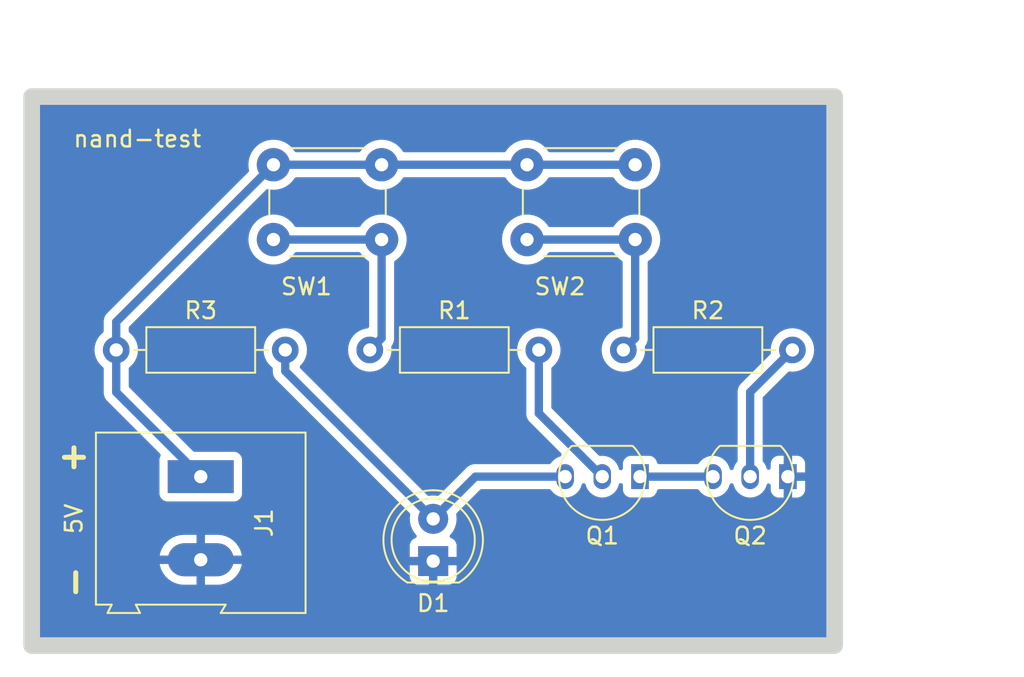
<source format=kicad_pcb>
(kicad_pcb (version 20211014) (generator pcbnew)
  (title_block (title "nand-test") (rev "v01") (comment 1 "Barrett Otte"))
  (layers (0 "F.Cu" signal) (31 "B.Cu" signal) (34 "B.Paste" user) (35 "F.Paste" user) (36 "B.SilkS" user "B.Silkscreen") (37 "F.SilkS" user "F.Silkscreen") (38 "B.Mask" user) (39 "F.Mask" user) (44 "Edge.Cuts" user))
  (net 0 "")
  (net 1 "GND")
  (net 2 "Net-(D1-Pad2)")
  (net 3 "+5V")
  (net 4 "Net-(Q1-Pad1)")
  (net 5 "Net-(Q1-Pad2)")
  (net 6 "Net-(Q2-Pad2)")
  (net 7 "Net-(R1-Pad1)")
  (net 8 "Net-(R2-Pad1)")
  (footprint "Package_TO_SOT_THT:TO-92_Inline" (layer "F.Cu") (at 125.73 78.74 180)
    (fp_text reference "Q2" (at 1.27 -3.56) (layer "F.SilkS"))
    (fp_text value "2N3904")
    (fp_line (start -0.53 1.85) (end 3.07 1.85) (layer "F.SilkS") (width 0.12))
    (fp_arc (start -0.568478 1.838478) (mid -1.132087 -0.994977) (end 1.27 -2.6) (layer "F.SilkS") (width 0.12))
    (fp_arc (start 1.27 -2.6) (mid 3.672087 -0.994977) (end 3.108478 1.838478) (layer "F.SilkS") (width 0.12))
    (pad "1" thru_hole rect (at -1 0 180) (size 1.05 1.5) (drill 0.8) (layers *.Cu *.Mask) (net 1 "GND"))
    (pad "2" thru_hole oval (at 1.27 0 180) (size 1.05 1.5) (drill 0.8) (layers *.Cu *.Mask) (net 6 "Net-(Q2-Pad2)"))
    (pad "3" thru_hole oval (at 3.5 0 180) (size 1.05 1.5) (drill 0.8) (layers *.Cu *.Mask) (net 4 "Net-(Q1-Pad1)"))
  )
  (footprint "LED_THT:LED_D5.0mm" (layer "F.Cu") (at 105.41 83.82 90)
    (fp_text reference "D1" (at -2.54 0 180) (layer "F.SilkS"))
    (fp_text value "LED")
    (fp_line (start -1.29 -1.545) (end -1.29 1.545) (layer "F.SilkS") (width 0.12))
    (fp_arc (start 4.26 -0.000462) (mid 2.072002 2.880433) (end -1.29 1.54483) (layer "F.SilkS") (width 0.12))
    (fp_arc (start -1.29 -1.54483) (mid 2.072002 -2.880433) (end 4.26 0.000462) (layer "F.SilkS") (width 0.12))
    (fp_circle (center 1.27 0) (end 3.77 0) (layer "F.SilkS") (width 0.12) (fill none))
    (pad "1" thru_hole rect (at 0 0 90) (size 1.8 1.8) (drill 0.8) (layers *.Cu *.Mask) (net 1 "GND"))
    (pad "2" thru_hole circle (at 2.54 0 90) (size 1.8 1.8) (drill 0.8) (layers *.Cu *.Mask) (net 2 "Net-(D1-Pad2)"))
  )
  (footprint "Resistor_THT:R_Axial_DIN0207_L6.3mm_D2.5mm_P10.16mm_Horizontal" (layer "F.Cu") (at 86.36 71.12)
    (fp_text reference "R3" (at 5.08 -2.37) (layer "F.SilkS"))
    (fp_text value "470")
    (fp_line (start 9.12 0) (end 8.35 0) (layer "F.SilkS") (width 0.12))
    (fp_line (start 1.04 0) (end 1.81 0) (layer "F.SilkS") (width 0.12))
    (fp_line (start 1.81 1.37) (end 8.35 1.37) (layer "F.SilkS") (width 0.12))
    (fp_line (start 8.35 -1.37) (end 1.81 -1.37) (layer "F.SilkS") (width 0.12))
    (fp_line (start 1.81 -1.37) (end 1.81 1.37) (layer "F.SilkS") (width 0.12))
    (fp_line (start 8.35 1.37) (end 8.35 -1.37) (layer "F.SilkS") (width 0.12))
    (pad "1" thru_hole circle (at 0 0) (size 1.6 1.6) (drill 0.8) (layers *.Cu *.Mask) (net 3 "+5V"))
    (pad "2" thru_hole oval (at 10.16 0) (size 1.6 1.6) (drill 0.8) (layers *.Cu *.Mask) (net 2 "Net-(D1-Pad2)"))
  )
  (footprint "Package_TO_SOT_THT:TO-92_Inline" (layer "F.Cu") (at 116.84 78.74 180)
    (fp_text reference "Q1" (at 1.27 -3.56) (layer "F.SilkS"))
    (fp_text value "2N3904")
    (fp_line (start -0.53 1.85) (end 3.07 1.85) (layer "F.SilkS") (width 0.12))
    (fp_arc (start 1.27 -2.6) (mid 3.672087 -0.994977) (end 3.108478 1.838478) (layer "F.SilkS") (width 0.12))
    (fp_arc (start -0.568478 1.838478) (mid -1.132087 -0.994977) (end 1.27 -2.6) (layer "F.SilkS") (width 0.12))
    (pad "1" thru_hole rect (at -1 0 180) (size 1.05 1.5) (drill 0.8) (layers *.Cu *.Mask) (net 4 "Net-(Q1-Pad1)"))
    (pad "2" thru_hole oval (at 1.27 0 180) (size 1.05 1.5) (drill 0.8) (layers *.Cu *.Mask) (net 5 "Net-(Q1-Pad2)"))
    (pad "3" thru_hole oval (at 3.5 0 180) (size 1.05 1.5) (drill 0.8) (layers *.Cu *.Mask) (net 2 "Net-(D1-Pad2)"))
  )
  (footprint "Button_Switch_THT:SW_PUSH_6mm" (layer "F.Cu") (at 95.81 59.98)
    (fp_text reference "SW1" (at 1.98 7.33) (layer "F.SilkS"))
    (fp_text value "SW_SPST")
    (fp_line (start -0.25 1.5) (end -0.25 3) (layer "F.SilkS") (width 0.12))
    (fp_line (start 5.5 -1) (end 1 -1) (layer "F.SilkS") (width 0.12))
    (fp_line (start 1 5.5) (end 5.5 5.5) (layer "F.SilkS") (width 0.12))
    (fp_line (start 6.75 3) (end 6.75 1.5) (layer "F.SilkS") (width 0.12))
    (pad "1" thru_hole circle (at 6.5 0 90) (size 2 2) (drill 0.8) (layers *.Cu *.Mask) (net 3 "+5V"))
    (pad "1" thru_hole circle (at 0 0 90) (size 2 2) (drill 0.8) (layers *.Cu *.Mask) (net 3 "+5V"))
    (pad "2" thru_hole circle (at 0 4.5 90) (size 2 2) (drill 0.8) (layers *.Cu *.Mask) (net 7 "Net-(R1-Pad1)"))
    (pad "2" thru_hole circle (at 6.5 4.5 90) (size 2 2) (drill 0.8) (layers *.Cu *.Mask) (net 7 "Net-(R1-Pad1)"))
  )
  (footprint "Resistor_THT:R_Axial_DIN0207_L6.3mm_D2.5mm_P10.16mm_Horizontal" (layer "F.Cu") (at 101.6 71.12)
    (fp_text reference "R1" (at 5.08 -2.37) (layer "F.SilkS"))
    (fp_text value "10K")
    (fp_line (start 1.81 -1.37) (end 1.81 1.37) (layer "F.SilkS") (width 0.12))
    (fp_line (start 1.04 0) (end 1.81 0) (layer "F.SilkS") (width 0.12))
    (fp_line (start 1.81 1.37) (end 8.35 1.37) (layer "F.SilkS") (width 0.12))
    (fp_line (start 8.35 -1.37) (end 1.81 -1.37) (layer "F.SilkS") (width 0.12))
    (fp_line (start 9.12 0) (end 8.35 0) (layer "F.SilkS") (width 0.12))
    (fp_line (start 8.35 1.37) (end 8.35 -1.37) (layer "F.SilkS") (width 0.12))
    (pad "1" thru_hole circle (at 0 0) (size 1.6 1.6) (drill 0.8) (layers *.Cu *.Mask) (net 7 "Net-(R1-Pad1)"))
    (pad "2" thru_hole oval (at 10.16 0) (size 1.6 1.6) (drill 0.8) (layers *.Cu *.Mask) (net 5 "Net-(Q1-Pad2)"))
  )
  (footprint "Button_Switch_THT:SW_PUSH_6mm" (layer "F.Cu") (at 111.05 59.98)
    (fp_text reference "SW2" (at 1.98 7.33) (layer "F.SilkS"))
    (fp_text value "SW_SPST")
    (fp_line (start 5.5 -1) (end 1 -1) (layer "F.SilkS") (width 0.12))
    (fp_line (start 1 5.5) (end 5.5 5.5) (layer "F.SilkS") (width 0.12))
    (fp_line (start -0.25 1.5) (end -0.25 3) (layer "F.SilkS") (width 0.12))
    (fp_line (start 6.75 3) (end 6.75 1.5) (layer "F.SilkS") (width 0.12))
    (pad "1" thru_hole circle (at 0 0 90) (size 2 2) (drill 0.8) (layers *.Cu *.Mask) (net 3 "+5V"))
    (pad "1" thru_hole circle (at 6.5 0 90) (size 2 2) (drill 0.8) (layers *.Cu *.Mask) (net 3 "+5V"))
    (pad "2" thru_hole circle (at 0 4.5 90) (size 2 2) (drill 0.8) (layers *.Cu *.Mask) (net 8 "Net-(R2-Pad1)"))
    (pad "2" thru_hole circle (at 6.5 4.5 90) (size 2 2) (drill 0.8) (layers *.Cu *.Mask) (net 8 "Net-(R2-Pad1)"))
  )
  (footprint "Resistor_THT:R_Axial_DIN0207_L6.3mm_D2.5mm_P10.16mm_Horizontal" (layer "F.Cu") (at 116.84 71.12)
    (fp_text reference "R2" (at 5.08 -2.37) (layer "F.SilkS"))
    (fp_text value "10K")
    (fp_line (start 8.35 -1.37) (end 1.81 -1.37) (layer "F.SilkS") (width 0.12))
    (fp_line (start 9.12 0) (end 8.35 0) (layer "F.SilkS") (width 0.12))
    (fp_line (start 1.04 0) (end 1.81 0) (layer "F.SilkS") (width 0.12))
    (fp_line (start 1.81 1.37) (end 8.35 1.37) (layer "F.SilkS") (width 0.12))
    (fp_line (start 1.81 -1.37) (end 1.81 1.37) (layer "F.SilkS") (width 0.12))
    (fp_line (start 8.35 1.37) (end 8.35 -1.37) (layer "F.SilkS") (width 0.12))
    (pad "1" thru_hole circle (at 0 0) (size 1.6 1.6) (drill 0.8) (layers *.Cu *.Mask) (net 8 "Net-(R2-Pad1)"))
    (pad "2" thru_hole oval (at 10.16 0) (size 1.6 1.6) (drill 0.8) (layers *.Cu *.Mask) (net 6 "Net-(Q2-Pad2)"))
  )
  (footprint "TerminalBlock:TerminalBlock_Altech_AK300-2_P5.00mm" (layer "F.Cu") (at 91.44 78.74 -90)
    (fp_text reference "J1" (at 2.775 -3.81 90) (layer "F.SilkS"))
    (fp_text value "PWR")
    (fp_line (start 8.2 3.7) (end 8.2 3.65) (layer "F.SilkS") (width 0.12))
    (fp_line (start -2.65 6.3) (end 7.7 6.3) (layer "F.SilkS") (width 0.12))
    (fp_line (start 8.2 5.6) (end 8.2 3.7) (layer "F.SilkS") (width 0.12))
    (fp_line (start 8.2 3.65) (end 7.7 3.9) (layer "F.SilkS") (width 0.12))
    (fp_line (start -2.65 -6.3) (end -2.65 6.3) (layer "F.SilkS") (width 0.12))
    (fp_line (start 7.7 6.3) (end 7.7 5.35) (layer "F.SilkS") (width 0.12))
    (fp_line (start 8.2 -6.3) (end -2.65 -6.3) (layer "F.SilkS") (width 0.12))
    (fp_line (start 7.7 -1.5) (end 8.2 -1.2) (layer "F.SilkS") (width 0.12))
    (fp_line (start 7.7 3.9) (end 7.7 -1.5) (layer "F.SilkS") (width 0.12))
    (fp_line (start 8.2 -1.2) (end 8.2 -6.3) (layer "F.SilkS") (width 0.12))
    (fp_line (start 7.7 5.35) (end 8.2 5.6) (layer "F.SilkS") (width 0.12))
    (pad ".8" thru_hole oval (at 5 0 270) (size 1.98 3.96) (drill 0.8) (layers *.Cu *.Mask) (net 1 "GND"))
    (pad "1" thru_hole rect (at 0 0 270) (size 1.98 3.96) (drill 0.8) (layers *.Cu *.Mask) (net 3 "+5V"))
  )
  (gr_rect (start 81.28 55.88) (end 129.54 88.9) (layer "Edge.Cuts") (width 1) (fill none))
  (gr_text "+" (at 83.82 77.47) (layer "F.SilkS") (effects (font (size 1.5 1.5) (thickness 0.3))))
  (gr_text "5V" (at 83.82 81.28 90) (layer "F.SilkS") (effects (font (size 1 1))))
  (gr_text "-" (at 83.82 85.09 90) (layer "F.SilkS") (effects (font (size 1.5 1.5) (thickness 0.3))))
  (gr_text "nand-test" (at 87.63 58.42) (layer "F.SilkS") (effects (font (size 1 1))))
  (segment (start 105.33 83.74) (end 105.41 83.82) (width 0.5) (layer "B.Cu") (net 1))
  (segment (start 105.41 81.28) (end 107.95 78.74) (width 0.5) (layer "B.Cu") (net 2))
  (segment (start 105.41 81.28) (end 96.52 72.39) (width 0.5) (layer "B.Cu") (net 2))
  (segment (start 107.95 78.74) (end 113.34 78.74) (width 0.5) (layer "B.Cu") (net 2))
  (segment (start 96.52 72.39) (end 96.52 71.12) (width 0.5) (layer "B.Cu") (net 2))
  (segment (start 86.36 69.43) (end 95.81 59.98) (width 0.5) (layer "B.Cu") (net 3))
  (segment (start 86.36 73.66) (end 91.44 78.74) (width 0.5) (layer "B.Cu") (net 3))
  (segment (start 95.81 59.98) (end 102.31 59.98) (width 0.5) (layer "B.Cu") (net 3))
  (segment (start 86.36 71.12) (end 86.36 73.66) (width 0.5) (layer "B.Cu") (net 3))
  (segment (start 111.05 59.98) (end 102.31 59.98) (width 0.5) (layer "B.Cu") (net 3))
  (segment (start 117.55 59.98) (end 111.05 59.98) (width 0.5) (layer "B.Cu") (net 3))
  (segment (start 86.36 71.12) (end 86.36 69.43) (width 0.5) (layer "B.Cu") (net 3))
  (segment (start 117.84 78.74) (end 122.23 78.74) (width 0.5) (layer "B.Cu") (net 4))
  (segment (start 111.76 74.93) (end 115.57 78.74) (width 0.5) (layer "B.Cu") (net 5))
  (segment (start 111.76 71.12) (end 111.76 74.93) (width 0.5) (layer "B.Cu") (net 5))
  (segment (start 124.46 73.66) (end 127 71.12) (width 0.5) (layer "B.Cu") (net 6))
  (segment (start 124.46 78.74) (end 124.46 73.66) (width 0.5) (layer "B.Cu") (net 6))
  (segment (start 102.31 70.41) (end 101.6 71.12) (width 0.5) (layer "B.Cu") (net 7))
  (segment (start 95.81 64.48) (end 102.31 64.48) (width 0.5) (layer "B.Cu") (net 7))
  (segment (start 102.31 64.48) (end 102.31 70.41) (width 0.5) (layer "B.Cu") (net 7))
  (segment (start 117.55 64.48) (end 117.55 70.41) (width 0.5) (layer "B.Cu") (net 8))
  (segment (start 117.55 70.41) (end 116.84 71.12) (width 0.5) (layer "B.Cu") (net 8))
  (segment (start 111.05 64.48) (end 117.55 64.48) (width 0.5) (layer "B.Cu") (net 8))
  (zone (net 1) (net_name "GND") (layer "B.Cu") (connect_pads (clearance 0)) (min_thickness 0.254) (fill yes (thermal_gap 0.508) (thermal_bridge_width 0.508) (island_removal_mode 1) (island_area_min 0))
    (polygon (pts (xy 131.438268 90.805251) (xy 79.374997 90.804991) (xy 79.375462 53.974991) (xy 131.445462 53.987458)))
  )
)
</source>
